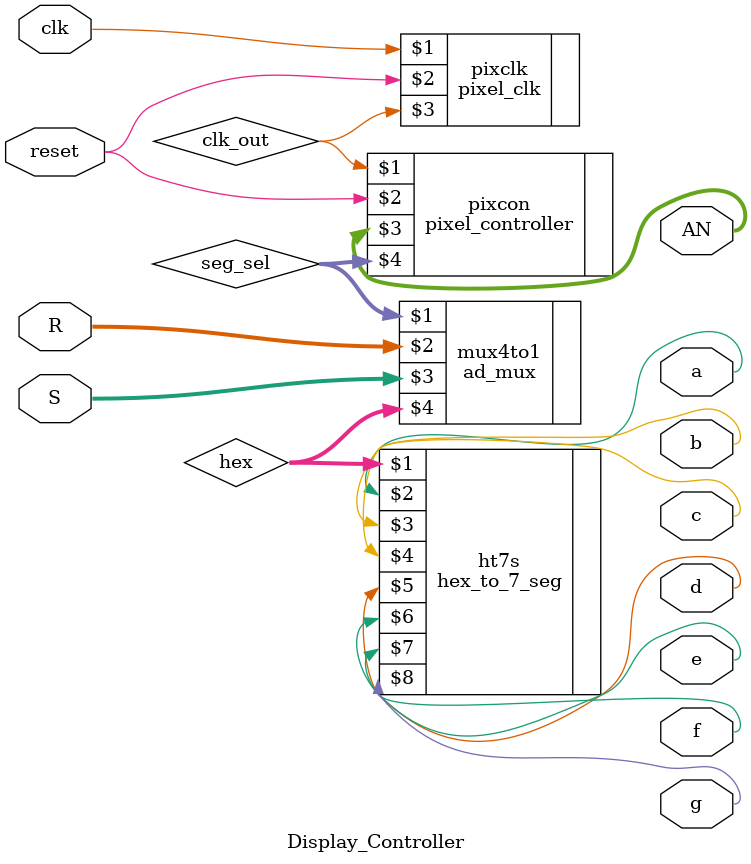
<source format=v>
`timescale 1ns / 1ps

module Display_Controller(clk, reset, S, R, AN, a, b, c, d, e, f, g);
	input 		 clk, reset;
	input [15:0] S, R;
	
	output [7:0] AN;
	output 		 a, b, c, d, e, f, g;
	
	wire clk_out;
	wire [2:0] seg_sel;
	wire [3:0] hex;
	
	//divides the 100MHz clock to 480Hz clock
	pixel_clk				pixclk		(clk, reset, clk_out);
	
	//decides which anode will be active based on the clock
	pixel_controller		pixcon		(clk_out, reset, AN, seg_sel);
	
	//decides what value will be displayed on a certain anode
	ad_mux					mux4to1		(seg_sel, R, S, hex);
	
	//decodes a 4bit hex value to 7_segment display
	hex_to_7_seg			ht7s			(hex, a, b, c, d, e, f, g);


endmodule

</source>
